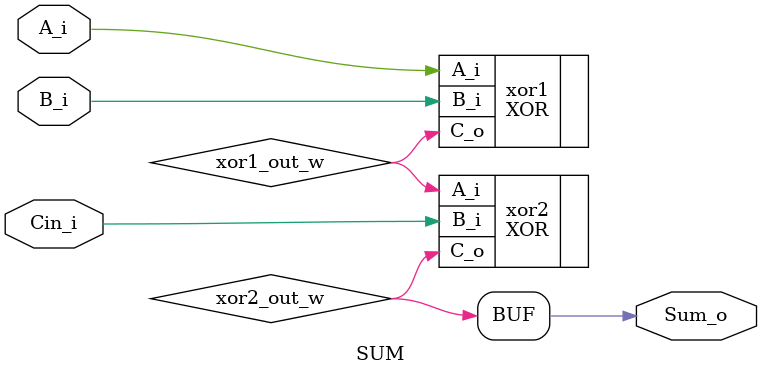
<source format=v>
`timescale 1ns/1ps
module SUM (
	input wire A_i,
	input wire B_i,
	input wire Cin_i,
	output wire Sum_o
);
    wire xor1_out_w, xor2_out_w;
    
    XOR xor1 (
	.A_i(A_i),
	.B_i(B_i),
	.C_o(xor1_out_w)
    );
    
    XOR xor2 (
	.A_i(xor1_out_w),
	.B_i(Cin_i),
	.C_o(xor2_out_w)
    );
    
    assign Sum_o = xor2_out_w;

endmodule

</source>
